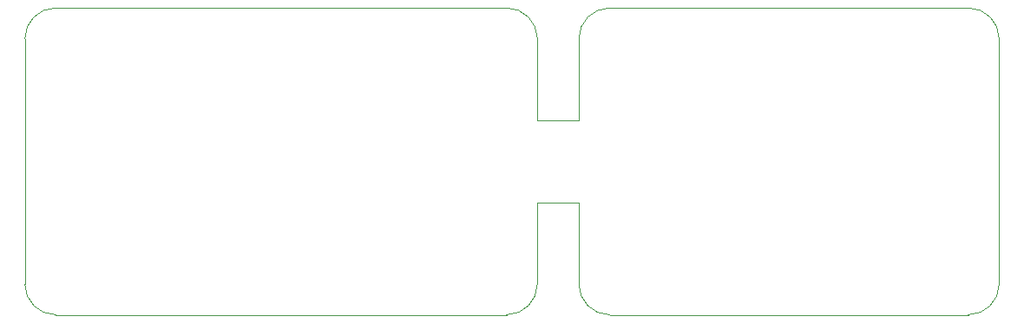
<source format=gm1>
%TF.GenerationSoftware,KiCad,Pcbnew,8.0.6*%
%TF.CreationDate,2024-11-27T14:42:17+08:00*%
%TF.ProjectId,UINIO-DAPLink,55494e49-4f2d-4444-9150-4c696e6b2e6b,Version 5.0.0*%
%TF.SameCoordinates,PX6192070PY5393438*%
%TF.FileFunction,Profile,NP*%
%FSLAX46Y46*%
G04 Gerber Fmt 4.6, Leading zero omitted, Abs format (unit mm)*
G04 Created by KiCad (PCBNEW 8.0.6) date 2024-11-27 14:42:17*
%MOMM*%
%LPD*%
G01*
G04 APERTURE LIST*
%TA.AperFunction,Profile*%
%ADD10C,0.100000*%
%TD*%
G04 APERTURE END LIST*
D10*
X44000000Y-30000000D02*
X0Y-30000000D01*
X51050000Y-3000000D02*
G75*
G02*
X54050000Y0I3000000J0D01*
G01*
X89050000Y0D02*
G75*
G02*
X92050000Y-3000000I0J-3000000D01*
G01*
X89050000Y-30000000D02*
X54050000Y-30000000D01*
X-3000000Y-27000000D02*
X-3000000Y-3000000D01*
X0Y0D02*
X44000000Y0D01*
X44000000Y0D02*
G75*
G02*
X47000000Y-3000000I0J-3000000D01*
G01*
X0Y-30000000D02*
G75*
G02*
X-3000000Y-27000000I0J3000000D01*
G01*
X92050000Y-3000000D02*
X92050000Y-27000000D01*
X-3000000Y-3000000D02*
G75*
G02*
X0Y0I3000000J0D01*
G01*
X54050000Y-30000000D02*
G75*
G02*
X51050000Y-27000000I0J3000000D01*
G01*
X47000000Y-3000000D02*
X47000000Y-11000000D01*
X54050000Y0D02*
X89050000Y0D01*
X47000000Y-11000000D02*
X51050000Y-11000000D01*
X47000000Y-19000000D02*
X51050000Y-19000000D01*
X47000000Y-27000000D02*
X47000000Y-19000000D01*
X51050000Y-3000000D02*
X51050000Y-11000000D01*
X92050000Y-27000000D02*
G75*
G02*
X89050000Y-30000000I-3000000J0D01*
G01*
X47000000Y-27000000D02*
G75*
G02*
X44000000Y-30000000I-3000000J0D01*
G01*
X51050000Y-27000000D02*
X51050000Y-19000000D01*
M02*

</source>
